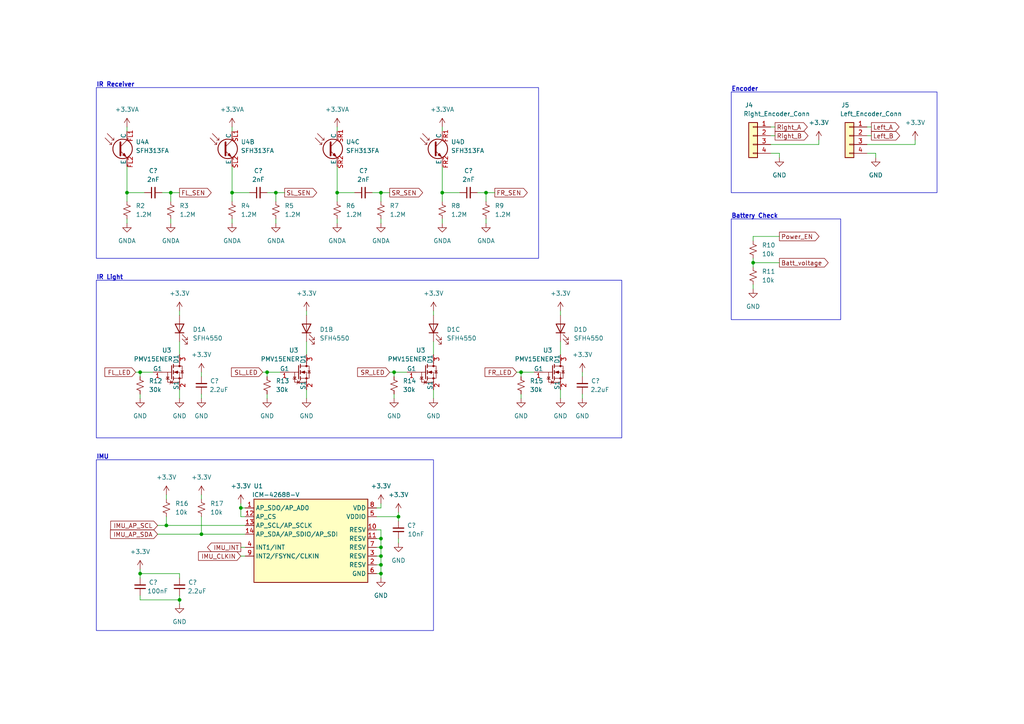
<source format=kicad_sch>
(kicad_sch (version 20230121) (generator eeschema)
  (paper "A4")
  (lib_symbols
    (symbol "Connector_Generic:Conn_01x04" (pin_names (offset 1.016) hide)
      (property "Reference" "J" (at 0 5.08 0))
      (property "Value" "Conn_01x04" (at 0 -7.62 0))
      (symbol "Conn_01x04_1_1"
        (rectangle (start -1.27 -4.953) (end 0 -5.207) (stroke (width 0.1524)))
        (rectangle (start -1.27 -2.413) (end 0 -2.667) (stroke (width 0.1524)))
        (rectangle (start -1.27 0.127) (end 0 -0.127) (stroke (width 0.1524)))
        (rectangle (start -1.27 2.667) (end 0 2.413) (stroke (width 0.1524)))
        (rectangle (start -1.27 3.81) (end 1.27 -6.35) (stroke (width 0.254)) (fill (type background)))
        (pin passive line (at -5.08 2.54 0) (length 3.81) (name "Pin_1") (number "1"))
        (pin passive line (at -5.08 0 0) (length 3.81) (name "Pin_2") (number "2"))
        (pin passive line (at -5.08 -2.54 0) (length 3.81) (name "Pin_3") (number "3"))
        (pin passive line (at -5.08 -5.08 0) (length 3.81) (name "Pin_4") (number "4"))
      )
    )
    (symbol "Device:C_Small" (pin_numbers hide) (pin_names (offset 0.254) hide)
      (property "Reference" "C" (at 0.254 1.778 0))
      (property "Value" "C_Small" (at 0.254 -2.032 0))
      (symbol "C_Small_0_1"
        (polyline (pts (xy -1.524 -0.508) (xy 1.524 -0.508)) (stroke (width 0.3302)))
        (polyline (pts (xy -1.524 0.508) (xy 1.524 0.508)) (stroke (width 0.3048)))
      )
      (symbol "C_Small_1_1"
        (pin passive line (at 0 2.54 270) (length 2.032) (name "~") (number "1"))
        (pin passive line (at 0 -2.54 90) (length 2.032) (name "~") (number "2"))
      )
    )
    (symbol "Device:R_Small_US" (pin_numbers hide) (pin_names (offset 0.254) hide)
      (property "Reference" "R" (at 0.762 0.508 0))
      (property "Value" "R_Small_US" (at 0.762 -1.016 0))
      (symbol "R_Small_US_1_1"
        (polyline (pts (xy 0 0) (xy 1.016 -0.381) (xy 0 -0.762) (xy -1.016 -1.143) (xy 0 -1.524)))
        (polyline (pts (xy 0 1.524) (xy 1.016 1.143) (xy 0 0.762) (xy -1.016 0.381) (xy 0 0)))
        (pin passive line (at 0 2.54 270) (length 1.016) (name "~") (number "1"))
        (pin passive line (at 0 -2.54 90) (length 1.016) (name "~") (number "2"))
      )
    )
    (symbol "HS_FET:PMV15ENER" (pin_names (offset 0))
      (property "Reference" "U3" (at 10.16 -5.5245 0))
      (property "Value" "~" (at 0 0 0))
      (symbol "PMV15ENER_0_1"
        (polyline (pts (xy 5.334 -5.08) (xy 2.54 -5.08)))
        (polyline (pts (xy 5.334 -3.175) (xy 5.334 -6.985)) (stroke (width 0.254)))
        (polyline (pts (xy 5.842 -6.35) (xy 5.842 -7.366)) (stroke (width 0.254)))
        (polyline (pts (xy 5.842 -4.572) (xy 5.842 -5.588)) (stroke (width 0.254)))
        (polyline (pts (xy 5.842 -2.794) (xy 5.842 -3.81)) (stroke (width 0.254)))
        (polyline (pts (xy 7.62 -2.54) (xy 7.62 -3.302)))
        (polyline (pts (xy 7.62 -7.62) (xy 7.62 -5.08) (xy 5.842 -5.08)))
        (polyline (pts (xy 4.191 -7.112) (xy 4.572 -6.477) (xy 3.81 -6.477) (xy 4.191 -7.112)))
        (polyline (pts (xy 4.699 -7.239) (xy 4.572 -7.112) (xy 3.81 -7.112) (xy 3.683 -6.985)))
        (polyline (pts (xy 4.826 -8.509) (xy 4.953 -8.382) (xy 4.953 -7.62) (xy 5.08 -7.493)))
        (polyline (pts (xy 4.953 -8.001) (xy 5.588 -8.382) (xy 5.588 -7.62) (xy 4.953 -8.001)))
        (polyline (pts (xy 5.842 -6.858) (xy 8.382 -6.858) (xy 8.382 -3.302) (xy 5.842 -3.302)))
        (polyline (pts (xy 6.096 -5.08) (xy 7.112 -4.699) (xy 7.112 -5.461) (xy 6.096 -5.08)) (fill (type outline)))
        (polyline (pts (xy 8.382 -4.699) (xy 8.001 -5.334) (xy 8.763 -5.334) (xy 8.382 -4.699)))
        (circle (center 7.62 -6.858) (radius 0.254) (fill (type outline)))
        (circle (center 7.62 -3.302) (radius 0.254) (fill (type outline)))
      )
      (symbol "PMV15ENER_1_1"
        (polyline (pts (xy 8.001 -4.699) (xy 8.763 -4.699)))
        (polyline (pts (xy 4.191 -5.08) (xy 4.191 -8.001) (xy 7.62 -8.001)))
        (pin input line (at 0 -5.08 0) (length 2.54) (name "G1") (number "1"))
        (pin passive line (at 7.62 -10.16 90) (length 2.54) (name "S1") (number "2"))
        (pin passive line (at 7.62 0 270) (length 2.54) (name "D1") (number "3"))
      )
    )
    (symbol "HS_IMU:ICM-42688-V"
      (property "Reference" "U" (at -1.27 1.27 0))
      (property "Value" "ICM-42688-V" (at -2.54 0 0))
      (symbol "ICM-42688-V_0_0"
        (pin bidirectional line (at -2.54 -2.54 0) (length 2.54) (name "AP_SDO/AP_AD0") (number "1"))
        (pin passive line (at 35.56 -8.89 180) (length 2.54) (name "RESV") (number "10"))
        (pin passive line (at 35.56 -11.43 180) (length 2.54) (name "RESV") (number "11"))
        (pin input line (at -2.54 -5.08 0) (length 2.54) (name "AP_CS") (number "12"))
        (pin input line (at -2.54 -7.62 0) (length 2.54) (name "AP_SCL/AP_SCLK") (number "13"))
        (pin bidirectional line (at -2.54 -10.16 0) (length 2.54) (name "AP_SDA/AP_SDIO/AP_SDI") (number "14"))
        (pin passive line (at 35.56 -19.05 180) (length 2.54) (name "RESV") (number "2"))
        (pin passive line (at 35.56 -16.51 180) (length 2.54) (name "RESV") (number "3"))
        (pin output line (at -2.54 -13.97 0) (length 2.54) (name "INT1/INT") (number "4"))
        (pin power_in line (at 35.56 -5.08 180) (length 2.54) (name "VDDIO") (number "5"))
        (pin power_in line (at 35.56 -21.59 180) (length 2.54) (name "GND") (number "6"))
        (pin passive line (at 35.56 -13.97 180) (length 2.54) (name "RESV") (number "7"))
        (pin power_in line (at 35.56 -2.54 180) (length 2.54) (name "VDD") (number "8"))
        (pin bidirectional line (at -2.54 -16.51 0) (length 2.54) (name "INT2/FSYNC/CLKIN") (number "9"))
      )
      (symbol "ICM-42688-V_0_1"
        (rectangle (start 0 0) (end 33.02 -24.13) (stroke (width 0.254)) (fill (type background)))
      )
    )
    (symbol "HS_uglyBob:BobIRLED" (pin_numbers hide) (pin_names (offset 1.016) hide)
      (property "Reference" "D" (at 0 2.54 0))
      (property "Value" "SFH4550" (at 1.27 -2.54 0))
      (symbol "BobIRLED_0_1"
        (polyline (pts (xy -1.27 -1.27) (xy -1.27 1.27)) (stroke (width 0.254)))
        (polyline (pts (xy -1.27 0) (xy 1.27 0)))
        (polyline (pts (xy 1.27 -1.27) (xy 1.27 1.27) (xy -1.27 0) (xy 1.27 -1.27)) (stroke (width 0.254)))
        (polyline (pts (xy -3.048 -0.762) (xy -4.572 -2.286) (xy -3.81 -2.286) (xy -4.572 -2.286) (xy -4.572 -1.524)))
        (polyline (pts (xy -1.778 -0.762) (xy -3.302 -2.286) (xy -2.54 -2.286) (xy -3.302 -2.286) (xy -3.302 -1.524)))
      )
      (symbol "BobIRLED_1_1"
        (pin passive line (at -3.81 0 0) (length 2.54) (name "K") (number "FL1"))
        (pin passive line (at 3.81 0 180) (length 2.54) (name "A") (number "FL2"))
      )
      (symbol "BobIRLED_2_1"
        (pin passive line (at -3.81 0 0) (length 2.54) (name "K") (number "SL1"))
        (pin passive line (at 3.81 0 180) (length 2.54) (name "A") (number "SL2"))
      )
      (symbol "BobIRLED_3_1"
        (pin passive line (at -3.81 0 0) (length 2.54) (name "K") (number "SR1"))
        (pin passive line (at 3.81 0 180) (length 2.54) (name "A") (number "SR2"))
      )
      (symbol "BobIRLED_4_1"
        (pin passive line (at -3.81 0 0) (length 2.54) (name "K") (number "FR1"))
        (pin passive line (at 3.81 0 180) (length 2.54) (name "A") (number "FR2"))
      )
    )
    (symbol "HS_uglyBob:BobIRSensor" (pin_names (offset 0))
      (property "Reference" "U3" (at -8.89 -6.35 0))
      (property "Value" "SFH313FA" (at -6.35 1.27 0))
      (symbol "BobIRSensor_0_1"
        (circle (center -1.27 -5.08) (radius 2.8194) (stroke (width 0.254)))
        (polyline (pts (xy -4.445 -3.81) (xy -5.08 -3.81)))
        (polyline (pts (xy -3.81 -2.54) (xy -4.445 -2.54)))
        (polyline (pts (xy -1.905 -4.445) (xy 0 -2.54)))
        (polyline (pts (xy -6.35 -1.905) (xy -4.445 -3.81) (xy -4.445 -3.175)))
        (polyline (pts (xy -5.715 -0.635) (xy -3.81 -2.54) (xy -3.81 -1.905)))
        (polyline (pts (xy -1.905 -5.715) (xy 0 -7.62) (xy 0 -7.62)))
        (polyline (pts (xy -1.905 -3.175) (xy -1.905 -6.985) (xy -1.905 -6.985)) (stroke (width 0.508)))
        (polyline (pts (xy -1.27 -6.858) (xy -0.762 -6.35) (xy -0.254 -7.366) (xy -1.27 -6.858) (xy -1.27 -6.858)) (fill (type outline)))
      )
      (symbol "BobIRSensor_1_1"
        (pin passive line (at 0 0 270) (length 2.54) (name "C") (number "FL1"))
        (pin passive line (at 0 -10.16 90) (length 2.54) (name "E") (number "FL2"))
      )
      (symbol "BobIRSensor_2_1"
        (pin passive line (at 0 0 270) (length 2.54) (name "C") (number "SL1"))
        (pin passive line (at 0 -10.16 90) (length 2.54) (name "E") (number "SL2"))
      )
      (symbol "BobIRSensor_3_1"
        (pin passive line (at 0 0 270) (length 2.54) (name "C") (number "SR1"))
        (pin passive line (at 0 -10.16 90) (length 2.54) (name "E") (number "SR2"))
      )
      (symbol "BobIRSensor_4_1"
        (pin passive line (at 0 0 270) (length 2.54) (name "C") (number "FR1"))
        (pin passive line (at 0 -10.16 90) (length 2.54) (name "E") (number "FR2"))
      )
    )
    (symbol "power:+3.3V" (power) (pin_names (offset 0))
      (property "Value" "+3.3V" (at 0 3.556 0))
      (symbol "+3.3V_0_1"
        (polyline (pts (xy -0.762 1.27) (xy 0 2.54)))
        (polyline (pts (xy 0 0) (xy 0 2.54)))
        (polyline (pts (xy 0 2.54) (xy 0.762 1.27)))
      )
      (symbol "+3.3V_1_1"
        (pin power_in line (at 0 0 90) (length 0) hide (name "+3.3V") (number "1"))
      )
    )
    (symbol "power:+3.3VA" (power) (pin_names (offset 0))
      (property "Value" "+3.3VA" (at 0 3.556 0))
      (symbol "+3.3VA_0_1"
        (polyline (pts (xy -0.762 1.27) (xy 0 2.54)))
        (polyline (pts (xy 0 0) (xy 0 2.54)))
        (polyline (pts (xy 0 2.54) (xy 0.762 1.27)))
      )
      (symbol "+3.3VA_1_1"
        (pin power_in line (at 0 0 90) (length 0) hide (name "+3.3VA") (number "1"))
      )
    )
    (symbol "power:GND" (power) (pin_names (offset 0))
      (property "Value" "GND" (at 0 -3.81 0))
      (symbol "GND_0_1"
        (polyline (pts (xy 0 0) (xy 0 -1.27) (xy 1.27 -1.27) (xy 0 -2.54) (xy -1.27 -1.27) (xy 0 -1.27)))
      )
      (symbol "GND_1_1"
        (pin power_in line (at 0 0 270) (length 0) hide (name "GND") (number "1"))
      )
    )
    (symbol "power:GNDA" (power) (pin_names (offset 0))
      (property "Value" "GNDA" (at 0 -3.81 0))
      (symbol "GNDA_0_1"
        (polyline (pts (xy 0 0) (xy 0 -1.27) (xy 1.27 -1.27) (xy 0 -2.54) (xy -1.27 -1.27) (xy 0 -1.27)))
      )
      (symbol "GNDA_1_1"
        (pin power_in line (at 0 0 270) (length 0) hide (name "GNDA") (number "1"))
      )
    )
  )
  (junction (at 36.83 55.88))
  (junction (at 77.47 107.95))
  (junction (at 69.85 147.32))
  (junction (at 151.13 107.95))
  (junction (at 40.64 107.95))
  (junction (at 48.26 152.4))
  (junction (at 58.42 154.94))
  (junction (at 110.49 163.83))
  (junction (at 110.49 158.75))
  (junction (at 128.27 55.88))
  (junction (at 49.53 55.88))
  (junction (at 67.31 55.88))
  (junction (at 110.49 166.37))
  (junction (at 110.49 55.88))
  (junction (at 114.3 107.95))
  (junction (at 110.49 161.29))
  (junction (at 80.01 55.88))
  (junction (at 40.64 166.37))
  (junction (at 110.49 156.21))
  (junction (at 140.97 55.88))
  (junction (at 218.44 76.2))
  (junction (at 115.57 149.86))
  (junction (at 97.79 55.88))
  (junction (at 52.07 173.99))
  (wire (pts (xy 162.56 90.17) (xy 162.56 91.44)))
  (wire (pts (xy 252.73 39.37) (xy 251.46 39.37)))
  (wire (pts (xy 226.06 68.58) (xy 218.44 68.58)))
  (wire (pts (xy 52.07 113.03) (xy 52.07 115.57)))
  (wire (pts (xy 58.42 107.95) (xy 58.42 109.22)))
  (wire (pts (xy 69.85 149.86) (xy 69.85 147.32)))
  (wire (pts (xy 52.07 167.64) (xy 52.07 166.37)))
  (wire (pts (xy 58.42 115.57) (xy 58.42 114.3)))
  (wire (pts (xy 81.28 107.95) (xy 77.47 107.95)))
  (wire (pts (xy 252.73 36.83) (xy 251.46 36.83)))
  (wire (pts (xy 110.49 163.83) (xy 110.49 166.37)))
  (wire (pts (xy 46.99 55.88) (xy 49.53 55.88)))
  (wire (pts (xy 67.31 36.83) (xy 67.31 38.1)))
  (wire (pts (xy 49.53 64.77) (xy 49.53 63.5)))
  (wire (pts (xy 67.31 48.26) (xy 67.31 55.88)))
  (wire (pts (xy 224.79 39.37) (xy 223.52 39.37)))
  (wire (pts (xy 69.85 158.75) (xy 71.12 158.75)))
  (wire (pts (xy 40.64 107.95) (xy 40.64 109.22)))
  (wire (pts (xy 109.22 161.29) (xy 110.49 161.29)))
  (wire (pts (xy 77.47 55.88) (xy 80.01 55.88)))
  (wire (pts (xy 36.83 36.83) (xy 36.83 38.1)))
  (wire (pts (xy 110.49 64.77) (xy 110.49 63.5)))
  (wire (pts (xy 39.37 107.95) (xy 40.64 107.95)))
  (wire (pts (xy 118.11 107.95) (xy 114.3 107.95)))
  (wire (pts (xy 48.26 149.86) (xy 48.26 152.4)))
  (wire (pts (xy 69.85 147.32) (xy 69.85 146.05)))
  (wire (pts (xy 128.27 48.26) (xy 128.27 55.88)))
  (wire (pts (xy 218.44 76.2) (xy 226.06 76.2)))
  (wire (pts (xy 36.83 55.88) (xy 36.83 58.42)))
  (wire (pts (xy 67.31 63.5) (xy 67.31 64.77)))
  (wire (pts (xy 80.01 55.88) (xy 80.01 58.42)))
  (wire (pts (xy 115.57 156.21) (xy 115.57 157.48)))
  (wire (pts (xy 115.57 149.86) (xy 115.57 151.13)))
  (wire (pts (xy 226.06 45.72) (xy 226.06 44.45)))
  (wire (pts (xy 109.22 153.67) (xy 110.49 153.67)))
  (wire (pts (xy 69.85 161.29) (xy 71.12 161.29)))
  (wire (pts (xy 40.64 172.72) (xy 40.64 173.99)))
  (wire (pts (xy 52.07 173.99) (xy 52.07 175.26)))
  (wire (pts (xy 36.83 55.88) (xy 41.91 55.88)))
  (wire (pts (xy 110.49 156.21) (xy 110.49 158.75)))
  (wire (pts (xy 48.26 143.51) (xy 48.26 144.78)))
  (wire (pts (xy 107.95 55.88) (xy 110.49 55.88)))
  (wire (pts (xy 138.43 55.88) (xy 140.97 55.88)))
  (wire (pts (xy 67.31 55.88) (xy 67.31 58.42)))
  (wire (pts (xy 36.83 48.26) (xy 36.83 55.88)))
  (wire (pts (xy 110.49 147.32) (xy 109.22 147.32)))
  (wire (pts (xy 128.27 55.88) (xy 128.27 58.42)))
  (wire (pts (xy 125.73 99.06) (xy 125.73 102.87)))
  (wire (pts (xy 218.44 68.58) (xy 218.44 69.85)))
  (wire (pts (xy 114.3 114.3) (xy 114.3 115.57)))
  (wire (pts (xy 36.83 63.5) (xy 36.83 64.77)))
  (wire (pts (xy 140.97 55.88) (xy 140.97 58.42)))
  (wire (pts (xy 168.91 115.57) (xy 168.91 114.3)))
  (wire (pts (xy 77.47 107.95) (xy 77.47 109.22)))
  (wire (pts (xy 254 45.72) (xy 254 44.45)))
  (wire (pts (xy 97.79 55.88) (xy 97.79 58.42)))
  (wire (pts (xy 58.42 154.94) (xy 71.12 154.94)))
  (wire (pts (xy 110.49 167.64) (xy 110.49 166.37)))
  (wire (pts (xy 110.49 146.05) (xy 110.49 147.32)))
  (wire (pts (xy 49.53 55.88) (xy 52.07 55.88)))
  (wire (pts (xy 52.07 90.17) (xy 52.07 91.44)))
  (wire (pts (xy 162.56 99.06) (xy 162.56 102.87)))
  (wire (pts (xy 88.9 90.17) (xy 88.9 91.44)))
  (wire (pts (xy 110.49 158.75) (xy 110.49 161.29)))
  (wire (pts (xy 69.85 149.86) (xy 71.12 149.86)))
  (wire (pts (xy 114.3 107.95) (xy 114.3 109.22)))
  (wire (pts (xy 40.64 114.3) (xy 40.64 115.57)))
  (wire (pts (xy 88.9 99.06) (xy 88.9 102.87)))
  (wire (pts (xy 128.27 55.88) (xy 133.35 55.88)))
  (wire (pts (xy 45.72 152.4) (xy 48.26 152.4)))
  (wire (pts (xy 125.73 113.03) (xy 125.73 115.57)))
  (wire (pts (xy 223.52 41.91) (xy 237.49 41.91)))
  (wire (pts (xy 113.03 107.95) (xy 114.3 107.95)))
  (wire (pts (xy 58.42 149.86) (xy 58.42 154.94)))
  (wire (pts (xy 80.01 64.77) (xy 80.01 63.5)))
  (wire (pts (xy 40.64 166.37) (xy 52.07 166.37)))
  (wire (pts (xy 128.27 63.5) (xy 128.27 64.77)))
  (wire (pts (xy 48.26 152.4) (xy 71.12 152.4)))
  (wire (pts (xy 109.22 163.83) (xy 110.49 163.83)))
  (wire (pts (xy 224.79 36.83) (xy 223.52 36.83)))
  (wire (pts (xy 110.49 55.88) (xy 110.49 58.42)))
  (wire (pts (xy 110.49 55.88) (xy 113.03 55.88)))
  (wire (pts (xy 97.79 48.26) (xy 97.79 55.88)))
  (wire (pts (xy 69.85 147.32) (xy 71.12 147.32)))
  (wire (pts (xy 168.91 107.95) (xy 168.91 109.22)))
  (wire (pts (xy 154.94 107.95) (xy 151.13 107.95)))
  (wire (pts (xy 45.72 154.94) (xy 58.42 154.94)))
  (wire (pts (xy 223.52 44.45) (xy 226.06 44.45)))
  (wire (pts (xy 110.49 166.37) (xy 109.22 166.37)))
  (wire (pts (xy 110.49 161.29) (xy 110.49 163.83)))
  (wire (pts (xy 49.53 55.88) (xy 49.53 58.42)))
  (wire (pts (xy 67.31 55.88) (xy 72.39 55.88)))
  (wire (pts (xy 237.49 40.64) (xy 237.49 41.91)))
  (wire (pts (xy 109.22 158.75) (xy 110.49 158.75)))
  (wire (pts (xy 251.46 41.91) (xy 265.43 41.91)))
  (wire (pts (xy 140.97 55.88) (xy 143.51 55.88)))
  (wire (pts (xy 109.22 156.21) (xy 110.49 156.21)))
  (wire (pts (xy 97.79 55.88) (xy 102.87 55.88)))
  (wire (pts (xy 218.44 74.93) (xy 218.44 76.2)))
  (wire (pts (xy 265.43 40.64) (xy 265.43 41.91)))
  (wire (pts (xy 218.44 76.2) (xy 218.44 77.47)))
  (wire (pts (xy 128.27 36.83) (xy 128.27 38.1)))
  (wire (pts (xy 40.64 165.1) (xy 40.64 166.37)))
  (wire (pts (xy 115.57 148.59) (xy 115.57 149.86)))
  (wire (pts (xy 151.13 107.95) (xy 151.13 109.22)))
  (wire (pts (xy 109.22 149.86) (xy 115.57 149.86)))
  (wire (pts (xy 58.42 143.51) (xy 58.42 144.78)))
  (wire (pts (xy 162.56 113.03) (xy 162.56 115.57)))
  (wire (pts (xy 40.64 166.37) (xy 40.64 167.64)))
  (wire (pts (xy 125.73 90.17) (xy 125.73 91.44)))
  (wire (pts (xy 218.44 82.55) (xy 218.44 83.82)))
  (wire (pts (xy 44.45 107.95) (xy 40.64 107.95)))
  (wire (pts (xy 52.07 172.72) (xy 52.07 173.99)))
  (wire (pts (xy 97.79 36.83) (xy 97.79 38.1)))
  (wire (pts (xy 151.13 114.3) (xy 151.13 115.57)))
  (wire (pts (xy 251.46 44.45) (xy 254 44.45)))
  (wire (pts (xy 140.97 64.77) (xy 140.97 63.5)))
  (wire (pts (xy 40.64 173.99) (xy 52.07 173.99)))
  (wire (pts (xy 77.47 114.3) (xy 77.47 115.57)))
  (wire (pts (xy 76.2 107.95) (xy 77.47 107.95)))
  (wire (pts (xy 88.9 113.03) (xy 88.9 115.57)))
  (wire (pts (xy 80.01 55.88) (xy 82.55 55.88)))
  (wire (pts (xy 52.07 99.06) (xy 52.07 102.87)))
  (wire (pts (xy 97.79 63.5) (xy 97.79 64.77)))
  (wire (pts (xy 110.49 153.67) (xy 110.49 156.21)))
  (wire (pts (xy 149.86 107.95) (xy 151.13 107.95)))
  (rectangle (start 27.94 25.4) (end 156.21 74.93))
  (rectangle (start 27.94 133.35) (end 125.73 182.88))
  (rectangle (start 212.09 63.5) (end 243.84 92.71))
  (rectangle (start 27.94 81.28) (end 180.34 127))
  (rectangle (start 212.09 26.67) (end 271.78 55.88))
  (text "IR Light" (at 27.94 81.28 0) (effects (font (size 1.27 1.27) (thickness 0.254) bold) (justify left bottom)))
  (text "IMU" (at 27.94 133.35 0) (effects (font (size 1.27 1.27) (thickness 0.254) bold) (justify left bottom)))
  (text "Battery Check" (at 212.09 63.5 0) (effects (font (size 1.27 1.27) (thickness 0.254) bold) (justify left bottom)))
  (text "Encoder" (at 212.09 26.67 0) (effects (font (size 1.27 1.27) (thickness 0.254) bold) (justify left bottom)))
  (text "IR Receiver" (at 27.94 25.4 0) (effects (font (size 1.27 1.27) (thickness 0.254) bold) (justify left bottom)))
  (global_label "SR_LED" (shape input) (at 113.03 107.95 180) (property "Intersheetrefs" "${INTERSHEET_REFS}" (effects hide)))
  (global_label "SL_SEN" (shape output) (at 82.55 55.88 0) (property "Intersheetrefs" "${INTERSHEET_REFS}" (effects hide)))
  (global_label "FR_SEN" (shape output) (at 143.51 55.88 0) (property "Intersheetrefs" "${INTERSHEET_REFS}" (effects hide)))
  (global_label "IMU_AP_SDA" (shape input) (at 45.72 154.94 180) (property "Intersheetrefs" "${INTERSHEET_REFS}" (effects hide)))
  (global_label "Left_A" (shape output) (at 252.73 36.83 0) (property "Intersheetrefs" "${INTERSHEET_REFS}" (effects hide)))
  (global_label "SL_LED" (shape input) (at 76.2 107.95 180) (property "Intersheetrefs" "${INTERSHEET_REFS}" (effects hide)))
  (global_label "FR_LED" (shape input) (at 149.86 107.95 180) (property "Intersheetrefs" "${INTERSHEET_REFS}" (effects hide)))
  (global_label "FL_LED" (shape input) (at 39.37 107.95 180) (property "Intersheetrefs" "${INTERSHEET_REFS}" (effects hide)))
  (global_label "Left_B" (shape output) (at 252.73 39.37 0) (property "Intersheetrefs" "${INTERSHEET_REFS}" (effects hide)))
  (global_label "Right_B" (shape output) (at 224.79 39.37 0) (property "Intersheetrefs" "${INTERSHEET_REFS}" (effects hide)))
  (global_label "Batt_voltage" (shape output) (at 226.06 76.2 0) (property "Intersheetrefs" "${INTERSHEET_REFS}" (effects hide)))
  (global_label "Power_EN" (shape output) (at 226.06 68.58 0) (property "Intersheetrefs" "${INTERSHEET_REFS}" (effects hide)))
  (global_label "IMU_INT" (shape output) (at 69.85 158.75 180) (property "Intersheetrefs" "${INTERSHEET_REFS}" (effects hide)))
  (global_label "Right_A" (shape output) (at 224.79 36.83 0) (property "Intersheetrefs" "${INTERSHEET_REFS}" (effects hide)))
  (global_label "IMU_AP_SCL" (shape input) (at 45.72 152.4 180) (property "Intersheetrefs" "${INTERSHEET_REFS}" (effects hide)))
  (global_label "IMU_CLKIN" (shape input) (at 69.85 161.29 180) (property "Intersheetrefs" "${INTERSHEET_REFS}" (effects hide)))
  (global_label "SR_SEN" (shape output) (at 113.03 55.88 0) (property "Intersheetrefs" "${INTERSHEET_REFS}" (effects hide)))
  (global_label "FL_SEN" (shape output) (at 52.07 55.88 0) (property "Intersheetrefs" "${INTERSHEET_REFS}" (effects hide)))
  (symbol (lib_id "power:GND") (at 114.3 115.57 0) (unit 1)
    (property "Reference" "#PWR040" (effects hide))
    (property "Value" "GND" (at 114.3 120.65 0))
    (instances (project "sensor" (path "" (reference "#PWR040") (unit 1))) (project "kenny-fail" (path "" (reference "#PWR012") (unit 1))) (project "Lemmiwinks" (path "" (reference "#PWR040") (unit 1))) (project "uglyBob" (path "" (reference "#PWR059") (unit 1)) (path "" (reference "#PWR046") (unit 1))))
  )
  (symbol (lib_id "power:+3.3VA") (at 97.79 36.83 0) (unit 1)
    (property "Reference" "#PWR06" (effects hide))
    (property "Value" "+3.3VA" (at 97.79 31.75 0))
    (instances (project "uglyBob" (path "" (reference "#PWR06") (unit 1)) (path "" (reference "#PWR08") (unit 1)) (path "" (reference "#PWR029") (unit 1))))
  )
  (symbol (lib_id "Device:R_Small_US") (at 151.13 111.76 0) (unit 1)
    (property "Reference" "R15" (at 153.67 110.49 0) (effects (justify left)))
    (property "Value" "30k" (at 153.67 113.03 0) (effects (justify left)))
    (property "Footprint" "SMD_HS:0603_1608_R" (effects hide))
  )
  (symbol (lib_id "HS_FET:PMV15ENER") (at 81.28 102.87 0) (unit 1)
    (property "Reference" "U3" (at 83.82 101.6 0) (effects (justify left)))
    (property "Value" "PMV15ENER" (at 81.28 104.14 0))
    (property "Footprint" "Package_TO_SOT_SMD_HS:SOT-23" (effects hide))
    (instances (project "kenny-fail" (path "" (reference "U3") (unit 1))) (project "uglyBob" (path "" (reference "U6") (unit 1)) (path "" (reference "U9") (unit 1))))
  )
  (symbol (lib_id "power:+3.3V") (at 52.07 90.17 0) (unit 1)
    (property "Reference" "#PWR014" (effects hide))
    (property "Value" "+3.3V" (at 52.07 85.09 0))
    (instances (project "kenny-fail" (path "" (reference "#PWR014") (unit 1))) (project "uglyBob" (path "" (reference "#PWR044") (unit 1)) (path "" (reference "#PWR047") (unit 1))))
  )
  (symbol (lib_id "power:GND") (at 52.07 115.57 0) (unit 1)
    (property "Reference" "#PWR042" (effects hide))
    (property "Value" "GND" (at 52.07 120.65 0))
    (instances (project "sensor" (path "" (reference "#PWR042") (unit 1))) (project "kenny-fail" (path "" (reference "#PWR015") (unit 1))) (project "Lemmiwinks" (path "" (reference "#PWR042") (unit 1))) (project "uglyBob" (path "" (reference "#PWR054") (unit 1)) (path "" (reference "#PWR048") (unit 1))))
  )
  (symbol (lib_id "power:+3.3V") (at 48.26 143.51 0) (unit 1)
    (property "Reference" "#PWR04" (effects hide))
    (property "Value" "+3.3V" (at 48.26 138.43 0))
    (instances (project "kenny-fail" (path "" (reference "#PWR04") (unit 1))) (project "uglyBob" (path "" (reference "#PWR065") (unit 1)) (path "" (reference "#PWR074") (unit 1))))
  )
  (symbol (lib_id "Device:C_Small") (at 168.91 111.76 180) (unit 1)
    (property "Reference" "C?" (at 172.72 110.49 0))
    (property "Value" "2.2uF" (at 173.99 113.03 0))
    (property "Footprint" "SMD_HS:0603_1608_C" (effects hide))
    (instances (project "uglyBob" (path "" (reference "C?") (unit 1)) (path "" (reference "C7") (unit 1)) (path "" (reference "C20") (unit 1))))
  )
  (symbol (lib_id "power:GNDA") (at 36.83 64.77 0) (unit 1)
    (property "Reference" "#PWR?" (effects hide))
    (property "Value" "GNDA" (at 36.83 69.85 0))
    (instances (project "uglyBob" (path "" (reference "#PWR?") (unit 1)) (path "" (reference "#PWR09") (unit 1)) (path "" (reference "#PWR035") (unit 1))))
  )
  (symbol (lib_id "Device:C_Small") (at 40.64 170.18 180) (unit 1)
    (property "Reference" "C?" (at 44.45 168.91 0))
    (property "Value" "100nF" (at 45.72 171.45 0))
    (property "Footprint" "SMD_HS:0603_1608_C" (effects hide))
    (instances (project "uglyBob" (path "" (reference "C?") (unit 1)) (path "" (reference "C7") (unit 1)) (path "" (reference "C22") (unit 1))))
  )
  (symbol (lib_id "HS_uglyBob:BobIRSensor") (at 128.27 38.1 0) (unit 4)
    (property "Reference" "U4" (at 130.81 41.1607 0) (effects (justify left)))
    (property "Value" "SFH313FA" (at 130.81 43.7007 0) (effects (justify left)))
    (property "Footprint" "uglyBob_HS:BobIRSensor" (effects hide))
  )
  (symbol (lib_id "power:+3.3VA") (at 67.31 36.83 0) (unit 1)
    (property "Reference" "#PWR06" (effects hide))
    (property "Value" "+3.3VA" (at 67.31 31.75 0))
    (instances (project "uglyBob" (path "" (reference "#PWR06") (unit 1)) (path "" (reference "#PWR08") (unit 1)) (path "" (reference "#PWR028") (unit 1))))
  )
  (symbol (lib_id "Device:C_Small") (at 58.42 111.76 180) (unit 1)
    (property "Reference" "C?" (at 62.23 110.49 0))
    (property "Value" "2.2uF" (at 63.5 113.03 0))
    (property "Footprint" "SMD_HS:0603_1608_C" (effects hide))
    (instances (project "uglyBob" (path "" (reference "C?") (unit 1)) (path "" (reference "C7") (unit 1)) (path "" (reference "C17") (unit 1))))
  )
  (symbol (lib_id "HS_uglyBob:BobIRSensor") (at 36.83 38.1 0) (unit 1)
    (property "Reference" "U4" (at 39.37 41.1607 0) (effects (justify left)))
    (property "Value" "SFH313FA" (at 39.37 43.7007 0) (effects (justify left)))
    (property "Footprint" "uglyBob_HS:BobIRSensor" (effects hide))
  )
  (symbol (lib_id "power:GNDA") (at 128.27 64.77 0) (unit 1)
    (property "Reference" "#PWR?" (effects hide))
    (property "Value" "GNDA" (at 128.27 69.85 0))
    (instances (project "uglyBob" (path "" (reference "#PWR?") (unit 1)) (path "" (reference "#PWR09") (unit 1)) (path "" (reference "#PWR041") (unit 1))))
  )
  (symbol (lib_id "power:+3.3V") (at 168.91 107.95 0) (unit 1)
    (property "Reference" "#PWR014" (effects hide))
    (property "Value" "+3.3V" (at 168.91 102.87 0))
    (instances (project "kenny-fail" (path "" (reference "#PWR014") (unit 1))) (project "uglyBob" (path "" (reference "#PWR052") (unit 1)) (path "" (reference "#PWR047") (unit 1))))
  )
  (symbol (lib_id "HS_FET:PMV15ENER") (at 44.45 102.87 0) (unit 1)
    (property "Reference" "U3" (at 46.99 101.6 0) (effects (justify left)))
    (property "Value" "PMV15ENER" (at 44.45 104.14 0))
    (property "Footprint" "Package_TO_SOT_SMD_HS:SOT-23" (effects hide))
    (instances (project "kenny-fail" (path "" (reference "U3") (unit 1))) (project "uglyBob" (path "" (reference "U5") (unit 1)) (path "" (reference "U9") (unit 1))))
  )
  (symbol (lib_id "power:GND") (at 77.47 115.57 0) (unit 1)
    (property "Reference" "#PWR040" (effects hide))
    (property "Value" "GND" (at 77.47 120.65 0))
    (instances (project "sensor" (path "" (reference "#PWR040") (unit 1))) (project "kenny-fail" (path "" (reference "#PWR012") (unit 1))) (project "Lemmiwinks" (path "" (reference "#PWR040") (unit 1))) (project "uglyBob" (path "" (reference "#PWR056") (unit 1)) (path "" (reference "#PWR046") (unit 1))))
  )
  (symbol (lib_id "Device:R_Small_US") (at 140.97 60.96 0) (unit 1)
    (property "Reference" "R9" (at 143.51 59.69 0) (effects (justify left)))
    (property "Value" "1.2M" (at 143.51 62.23 0) (effects (justify left)))
    (property "Footprint" "SMD_HS:0603_1608_R" (effects hide))
  )
  (symbol (lib_id "power:+3.3V") (at 115.57 148.59 0) (unit 1)
    (property "Reference" "#PWR04" (effects hide))
    (property "Value" "+3.3V" (at 115.57 143.51 0))
    (instances (project "kenny-fail" (path "" (reference "#PWR04") (unit 1))) (project "uglyBob" (path "" (reference "#PWR069") (unit 1)) (path "" (reference "#PWR074") (unit 1))))
  )
  (symbol (lib_id "Device:R_Small_US") (at 58.42 147.32 0) (unit 1)
    (property "Reference" "R17" (at 60.96 146.05 0) (effects (justify left)))
    (property "Value" "10k" (at 60.96 148.59 0) (effects (justify left)))
    (property "Footprint" "SMD_HS:0603_1608_R" (effects hide))
  )
  (symbol (lib_id "power:+3.3V") (at 265.43 40.64 0) (unit 1)
    (property "Reference" "#PWR05" (effects hide))
    (property "Value" "+3.3V" (at 265.43 35.56 0))
    (instances (project "kenny-fail" (path "" (reference "#PWR05") (unit 1))) (project "uglyBob" (path "" (reference "#PWR032") (unit 1)) (path "" (reference "#PWR071") (unit 1)) (path "" (reference "#PWR046") (unit 1))))
  )
  (symbol (lib_id "HS_uglyBob:BobIRLED") (at 125.73 95.25 90) (unit 3)
    (property "Reference" "D1" (at 129.54 95.5675 90) (effects (justify right)))
    (property "Value" "SFH4550" (at 129.54 98.1075 90) (effects (justify right)))
    (property "Footprint" "uglyBob_HS:BobIRLED" (effects hide))
  )
  (symbol (lib_id "Device:R_Small_US") (at 48.26 147.32 0) (unit 1)
    (property "Reference" "R16" (at 50.8 146.05 0) (effects (justify left)))
    (property "Value" "10k" (at 50.8 148.59 0) (effects (justify left)))
    (property "Footprint" "SMD_HS:0603_1608_R" (effects hide))
  )
  (symbol (lib_id "Connector_Generic:Conn_01x04") (at 246.38 39.37 0) (mirror y) (unit 1)
    (property "Reference" "J5" (at 246.38 30.48 0) (effects (justify left)))
    (property "Value" "Left_Encoder_Conn" (at 261.62 33.02 0) (effects (justify left)))
    (property "Footprint" "uglyBob_HS:AS5047Connector" (effects hide))
  )
  (symbol (lib_id "power:+3.3V") (at 69.85 146.05 0) (unit 1)
    (property "Reference" "#PWR04" (effects hide))
    (property "Value" "+3.3V" (at 69.85 140.97 0))
    (instances (project "kenny-fail" (path "" (reference "#PWR04") (unit 1))) (project "uglyBob" (path "" (reference "#PWR067") (unit 1)) (path "" (reference "#PWR074") (unit 1))))
  )
  (symbol (lib_id "HS_uglyBob:BobIRLED") (at 162.56 95.25 90) (unit 4)
    (property "Reference" "D1" (at 166.37 95.5675 90) (effects (justify right)))
    (property "Value" "SFH4550" (at 166.37 98.1075 90) (effects (justify right)))
    (property "Footprint" "uglyBob_HS:BobIRLED" (effects hide))
  )
  (symbol (lib_id "Device:R_Small_US") (at 97.79 60.96 0) (unit 1)
    (property "Reference" "R6" (at 100.33 59.69 0) (effects (justify left)))
    (property "Value" "1.2M" (at 100.33 62.23 0) (effects (justify left)))
    (property "Footprint" "SMD_HS:0603_1608_R" (effects hide))
  )
  (symbol (lib_id "Device:C_Small") (at 135.89 55.88 90) (unit 1)
    (property "Reference" "C?" (at 135.8963 49.53 90))
    (property "Value" "2nF" (at 135.89 52.07 90))
    (property "Footprint" "SMD_HS:0603_1608_C" (effects hide))
    (instances (project "uglyBob" (path "" (reference "C?") (unit 1)) (path "" (reference "C7") (unit 1)) (path "" (reference "C16") (unit 1))))
  )
  (symbol (lib_id "power:+3.3VA") (at 128.27 36.83 0) (unit 1)
    (property "Reference" "#PWR06" (effects hide))
    (property "Value" "+3.3VA" (at 128.27 31.75 0))
    (instances (project "uglyBob" (path "" (reference "#PWR06") (unit 1)) (path "" (reference "#PWR08") (unit 1)) (path "" (reference "#PWR030") (unit 1))))
  )
  (symbol (lib_id "power:+3.3VA") (at 36.83 36.83 0) (unit 1)
    (property "Reference" "#PWR06" (effects hide))
    (property "Value" "+3.3VA" (at 36.83 31.75 0))
    (instances (project "uglyBob" (path "" (reference "#PWR06") (unit 1)) (path "" (reference "#PWR08") (unit 1)) (path "" (reference "#PWR027") (unit 1))))
  )
  (symbol (lib_id "HS_FET:PMV15ENER") (at 118.11 102.87 0) (unit 1)
    (property "Reference" "U3" (at 120.65 101.6 0) (effects (justify left)))
    (property "Value" "PMV15ENER" (at 118.11 104.14 0))
    (property "Footprint" "Package_TO_SOT_SMD_HS:SOT-23" (effects hide))
    (instances (project "kenny-fail" (path "" (reference "U3") (unit 1))) (project "uglyBob" (path "" (reference "U7") (unit 1)) (path "" (reference "U9") (unit 1))))
  )
  (symbol (lib_id "power:GND") (at 162.56 115.57 0) (unit 1)
    (property "Reference" "#PWR042" (effects hide))
    (property "Value" "GND" (at 162.56 120.65 0))
    (instances (project "sensor" (path "" (reference "#PWR042") (unit 1))) (project "kenny-fail" (path "" (reference "#PWR015") (unit 1))) (project "Lemmiwinks" (path "" (reference "#PWR042") (unit 1))) (project "uglyBob" (path "" (reference "#PWR063") (unit 1)) (path "" (reference "#PWR048") (unit 1))))
  )
  (symbol (lib_id "power:GNDA") (at 49.53 64.77 0) (unit 1)
    (property "Reference" "#PWR?" (effects hide))
    (property "Value" "GNDA" (at 49.53 69.85 0))
    (instances (project "uglyBob" (path "" (reference "#PWR?") (unit 1)) (path "" (reference "#PWR09") (unit 1)) (path "" (reference "#PWR036") (unit 1))))
  )
  (symbol (lib_id "Device:R_Small_US") (at 114.3 111.76 0) (unit 1)
    (property "Reference" "R14" (at 116.84 110.49 0) (effects (justify left)))
    (property "Value" "30k" (at 116.84 113.03 0) (effects (justify left)))
    (property "Footprint" "SMD_HS:0603_1608_R" (effects hide))
  )
  (symbol (lib_id "power:GND") (at 125.73 115.57 0) (unit 1)
    (property "Reference" "#PWR042" (effects hide))
    (property "Value" "GND" (at 125.73 120.65 0))
    (instances (project "sensor" (path "" (reference "#PWR042") (unit 1))) (project "kenny-fail" (path "" (reference "#PWR015") (unit 1))) (project "Lemmiwinks" (path "" (reference "#PWR042") (unit 1))) (project "uglyBob" (path "" (reference "#PWR060") (unit 1)) (path "" (reference "#PWR048") (unit 1))))
  )
  (symbol (lib_id "HS_FET:PMV15ENER") (at 154.94 102.87 0) (unit 1)
    (property "Reference" "U3" (at 157.48 101.6 0) (effects (justify left)))
    (property "Value" "PMV15ENER" (at 154.94 104.14 0))
    (property "Footprint" "Package_TO_SOT_SMD_HS:SOT-23" (effects hide))
    (instances (project "kenny-fail" (path "" (reference "U3") (unit 1))) (project "uglyBob" (path "" (reference "U8") (unit 1)) (path "" (reference "U9") (unit 1))))
  )
  (symbol (lib_id "power:GND") (at 40.64 115.57 0) (unit 1)
    (property "Reference" "#PWR040" (effects hide))
    (property "Value" "GND" (at 40.64 120.65 0))
    (instances (project "sensor" (path "" (reference "#PWR040") (unit 1))) (project "kenny-fail" (path "" (reference "#PWR012") (unit 1))) (project "Lemmiwinks" (path "" (reference "#PWR040") (unit 1))) (project "uglyBob" (path "" (reference "#PWR053") (unit 1)) (path "" (reference "#PWR046") (unit 1))))
  )
  (symbol (lib_id "Device:R_Small_US") (at 128.27 60.96 0) (unit 1)
    (property "Reference" "R8" (at 130.81 59.69 0) (effects (justify left)))
    (property "Value" "1.2M" (at 130.81 62.23 0) (effects (justify left)))
    (property "Footprint" "SMD_HS:0603_1608_R" (effects hide))
  )
  (symbol (lib_id "power:GND") (at 218.44 83.82 0) (unit 1)
    (property "Reference" "#PWR02" (effects hide))
    (property "Value" "GND" (at 218.44 88.9 0))
    (instances (project "kenny-fail" (path "" (reference "#PWR02") (unit 1))) (project "uglyBob" (path "" (reference "#PWR048") (unit 1)) (path "" (reference "#PWR073") (unit 1)) (path "" (reference "#PWR048") (unit 1))))
  )
  (symbol (lib_id "power:+3.3V") (at 88.9 90.17 0) (unit 1)
    (property "Reference" "#PWR014" (effects hide))
    (property "Value" "+3.3V" (at 88.9 85.09 0))
    (instances (project "kenny-fail" (path "" (reference "#PWR014") (unit 1))) (project "uglyBob" (path "" (reference "#PWR045") (unit 1)) (path "" (reference "#PWR047") (unit 1))))
  )
  (symbol (lib_id "power:GND") (at 168.91 115.57 0) (unit 1)
    (property "Reference" "#PWR042" (effects hide))
    (property "Value" "GND" (at 168.91 120.65 0))
    (instances (project "sensor" (path "" (reference "#PWR042") (unit 1))) (project "kenny-fail" (path "" (reference "#PWR015") (unit 1))) (project "Lemmiwinks" (path "" (reference "#PWR042") (unit 1))) (project "uglyBob" (path "" (reference "#PWR064") (unit 1)) (path "" (reference "#PWR048") (unit 1))))
  )
  (symbol (lib_id "power:GND") (at 110.49 167.64 0) (unit 1)
    (property "Reference" "#PWR01" (effects hide))
    (property "Value" "GND" (at 110.49 172.72 0))
    (instances (project "kenny-fail" (path "" (reference "#PWR01") (unit 1))) (project "uglyBob" (path "" (reference "#PWR072") (unit 1)) (path "" (reference "#PWR075") (unit 1))))
  )
  (symbol (lib_id "Device:R_Small_US") (at 67.31 60.96 0) (unit 1)
    (property "Reference" "R4" (at 69.85 59.69 0) (effects (justify left)))
    (property "Value" "1.2M" (at 69.85 62.23 0) (effects (justify left)))
    (property "Footprint" "SMD_HS:0603_1608_R" (effects hide))
  )
  (symbol (lib_id "Device:R_Small_US") (at 80.01 60.96 0) (unit 1)
    (property "Reference" "R5" (at 82.55 59.69 0) (effects (justify left)))
    (property "Value" "1.2M" (at 82.55 62.23 0) (effects (justify left)))
    (property "Footprint" "SMD_HS:0603_1608_R" (effects hide))
  )
  (symbol (lib_id "Device:R_Small_US") (at 77.47 111.76 0) (unit 1)
    (property "Reference" "R13" (at 80.01 110.49 0) (effects (justify left)))
    (property "Value" "30k" (at 80.01 113.03 0) (effects (justify left)))
    (property "Footprint" "SMD_HS:0603_1608_R" (effects hide))
  )
  (symbol (lib_id "Device:C_Small") (at 115.57 153.67 180) (unit 1)
    (property "Reference" "C?" (at 119.38 152.4 0))
    (property "Value" "10nF" (at 120.65 154.94 0))
    (property "Footprint" "SMD_HS:0603_1608_C" (effects hide))
    (instances (project "uglyBob" (path "" (reference "C?") (unit 1)) (path "" (reference "C7") (unit 1)) (path "" (reference "C21") (unit 1))))
  )
  (symbol (lib_id "Device:R_Small_US") (at 110.49 60.96 0) (unit 1)
    (property "Reference" "R7" (at 113.03 59.69 0) (effects (justify left)))
    (property "Value" "1.2M" (at 113.03 62.23 0) (effects (justify left)))
    (property "Footprint" "SMD_HS:0603_1608_R" (effects hide))
  )
  (symbol (lib_id "Device:R_Small_US") (at 49.53 60.96 0) (unit 1)
    (property "Reference" "R3" (at 52.07 59.69 0) (effects (justify left)))
    (property "Value" "1.2M" (at 52.07 62.23 0) (effects (justify left)))
    (property "Footprint" "SMD_HS:0603_1608_R" (effects hide))
  )
  (symbol (lib_id "power:GNDA") (at 97.79 64.77 0) (unit 1)
    (property "Reference" "#PWR?" (effects hide))
    (property "Value" "GNDA" (at 97.79 69.85 0))
    (instances (project "uglyBob" (path "" (reference "#PWR?") (unit 1)) (path "" (reference "#PWR09") (unit 1)) (path "" (reference "#PWR039") (unit 1))))
  )
  (symbol (lib_id "power:GNDA") (at 80.01 64.77 0) (unit 1)
    (property "Reference" "#PWR?" (effects hide))
    (property "Value" "GNDA" (at 80.01 69.85 0))
    (instances (project "uglyBob" (path "" (reference "#PWR?") (unit 1)) (path "" (reference "#PWR09") (unit 1)) (path "" (reference "#PWR038") (unit 1))))
  )
  (symbol (lib_id "power:GND") (at 115.57 157.48 0) (unit 1)
    (property "Reference" "#PWR01" (effects hide))
    (property "Value" "GND" (at 115.57 162.56 0))
    (instances (project "kenny-fail" (path "" (reference "#PWR01") (unit 1))) (project "uglyBob" (path "" (reference "#PWR070") (unit 1)) (path "" (reference "#PWR075") (unit 1))))
  )
  (symbol (lib_id "power:+3.3V") (at 125.73 90.17 0) (unit 1)
    (property "Reference" "#PWR014" (effects hide))
    (property "Value" "+3.3V" (at 125.73 85.09 0))
    (instances (project "kenny-fail" (path "" (reference "#PWR014") (unit 1))) (project "uglyBob" (path "" (reference "#PWR046") (unit 1)) (path "" (reference "#PWR047") (unit 1))))
  )
  (symbol (lib_id "power:GND") (at 226.06 45.72 0) (unit 1)
    (property "Reference" "#PWR02" (effects hide))
    (property "Value" "GND" (at 226.06 50.8 0))
    (instances (project "kenny-fail" (path "" (reference "#PWR02") (unit 1))) (project "uglyBob" (path "" (reference "#PWR033") (unit 1)) (path "" (reference "#PWR073") (unit 1)) (path "" (reference "#PWR048") (unit 1))))
  )
  (symbol (lib_id "Connector_Generic:Conn_01x04") (at 218.44 39.37 0) (mirror y) (unit 1)
    (property "Reference" "J4" (at 218.44 30.48 0) (effects (justify left)))
    (property "Value" "Right_Encoder_Conn" (at 234.95 33.02 0) (effects (justify left)))
    (property "Footprint" "uglyBob_HS:AS5047Connector" (effects hide))
  )
  (symbol (lib_id "power:GND") (at 88.9 115.57 0) (unit 1)
    (property "Reference" "#PWR042" (effects hide))
    (property "Value" "GND" (at 88.9 120.65 0))
    (instances (project "sensor" (path "" (reference "#PWR042") (unit 1))) (project "kenny-fail" (path "" (reference "#PWR015") (unit 1))) (project "Lemmiwinks" (path "" (reference "#PWR042") (unit 1))) (project "uglyBob" (path "" (reference "#PWR057") (unit 1)) (path "" (reference "#PWR048") (unit 1))))
  )
  (symbol (lib_id "HS_uglyBob:BobIRLED") (at 52.07 95.25 90) (unit 1)
    (property "Reference" "D1" (at 55.88 95.5675 90) (effects (justify right)))
    (property "Value" "SFH4550" (at 55.88 98.1075 90) (effects (justify right)))
    (property "Footprint" "uglyBob_HS:BobIRLED" (effects hide))
  )
  (symbol (lib_id "Device:R_Small_US") (at 36.83 60.96 0) (unit 1)
    (property "Reference" "R2" (at 39.37 59.69 0) (effects (justify left)))
    (property "Value" "1.2M" (at 39.37 62.23 0) (effects (justify left)))
    (property "Footprint" "SMD_HS:0603_1608_R" (effects hide))
  )
  (symbol (lib_id "power:GND") (at 58.42 115.57 0) (unit 1)
    (property "Reference" "#PWR042" (effects hide))
    (property "Value" "GND" (at 58.42 120.65 0))
    (instances (project "sensor" (path "" (reference "#PWR042") (unit 1))) (project "kenny-fail" (path "" (reference "#PWR015") (unit 1))) (project "Lemmiwinks" (path "" (reference "#PWR042") (unit 1))) (project "uglyBob" (path "" (reference "#PWR055") (unit 1)) (path "" (reference "#PWR048") (unit 1))))
  )
  (symbol (lib_id "power:+3.3V") (at 237.49 40.64 0) (unit 1)
    (property "Reference" "#PWR05" (effects hide))
    (property "Value" "+3.3V" (at 237.49 35.56 0))
    (instances (project "kenny-fail" (path "" (reference "#PWR05") (unit 1))) (project "uglyBob" (path "" (reference "#PWR031") (unit 1)) (path "" (reference "#PWR071") (unit 1)) (path "" (reference "#PWR046") (unit 1))))
  )
  (symbol (lib_id "Device:C_Small") (at 44.45 55.88 90) (unit 1)
    (property "Reference" "C?" (at 44.4563 49.53 90))
    (property "Value" "2nF" (at 44.45 52.07 90))
    (property "Footprint" "SMD_HS:0603_1608_C" (effects hide))
    (instances (project "uglyBob" (path "" (reference "C?") (unit 1)) (path "" (reference "C7") (unit 1)) (path "" (reference "C13") (unit 1))))
  )
  (symbol (lib_id "power:GNDA") (at 110.49 64.77 0) (unit 1)
    (property "Reference" "#PWR?" (effects hide))
    (property "Value" "GNDA" (at 110.49 69.85 0))
    (instances (project "uglyBob" (path "" (reference "#PWR?") (unit 1)) (path "" (reference "#PWR09") (unit 1)) (path "" (reference "#PWR040") (unit 1))))
  )
  (symbol (lib_id "power:GND") (at 254 45.72 0) (unit 1)
    (property "Reference" "#PWR02" (effects hide))
    (property "Value" "GND" (at 254 50.8 0))
    (instances (project "kenny-fail" (path "" (reference "#PWR02") (unit 1))) (project "uglyBob" (path "" (reference "#PWR034") (unit 1)) (path "" (reference "#PWR073") (unit 1)) (path "" (reference "#PWR048") (unit 1))))
  )
  (symbol (lib_id "HS_uglyBob:BobIRSensor") (at 67.31 38.1 0) (unit 2)
    (property "Reference" "U4" (at 69.85 41.1607 0) (effects (justify left)))
    (property "Value" "SFH313FA" (at 69.85 43.7007 0) (effects (justify left)))
    (property "Footprint" "uglyBob_HS:BobIRSensor" (effects hide))
  )
  (symbol (lib_id "Device:R_Small_US") (at 218.44 72.39 0) (unit 1)
    (property "Reference" "R10" (at 220.98 71.12 0) (effects (justify left)))
    (property "Value" "10k" (at 220.98 73.66 0) (effects (justify left)))
    (property "Footprint" "SMD_HS:0603_1608_R" (effects hide))
  )
  (symbol (lib_id "power:GND") (at 151.13 115.57 0) (unit 1)
    (property "Reference" "#PWR040" (effects hide))
    (property "Value" "GND" (at 151.13 120.65 0))
    (instances (project "sensor" (path "" (reference "#PWR040") (unit 1))) (project "kenny-fail" (path "" (reference "#PWR012") (unit 1))) (project "Lemmiwinks" (path "" (reference "#PWR040") (unit 1))) (project "uglyBob" (path "" (reference "#PWR062") (unit 1)) (path "" (reference "#PWR046") (unit 1))))
  )
  (symbol (lib_id "power:+3.3V") (at 40.64 165.1 0) (unit 1)
    (property "Reference" "#PWR04" (effects hide))
    (property "Value" "+3.3V" (at 40.64 160.02 0))
    (instances (project "kenny-fail" (path "" (reference "#PWR04") (unit 1))) (project "uglyBob" (path "" (reference "#PWR071") (unit 1)) (path "" (reference "#PWR074") (unit 1))))
  )
  (symbol (lib_id "HS_IMU:ICM-42688-V") (at 73.66 144.78 0) (unit 1)
    (property "Reference" "U1" (at 74.93 140.97 0))
    (property "Value" "ICM-42688-V" (at 80.01 143.51 0))
    (property "Footprint" "Package_LGA_HS:LGA-14_2.5x3x0.91_long" (effects hide))
    (property "Datasheet" "https://invensense.tdk.com/wp-content/uploads/2021/04/DS-000439-ICM-42688-V-v1.1.pdf" (effects hide))
    (instances (project "kenny-fail" (path "" (reference "U1") (unit 1))) (project "uglyBob" (path "" (reference "U9") (unit 1)) (path "" (reference "U14") (unit 1))))
  )
  (symbol (lib_id "Device:C_Small") (at 52.07 170.18 180) (unit 1)
    (property "Reference" "C?" (at 55.88 168.91 0))
    (property "Value" "2.2uF" (at 57.15 171.45 0))
    (property "Footprint" "SMD_HS:0603_1608_C" (effects hide))
    (instances (project "uglyBob" (path "" (reference "C?") (unit 1)) (path "" (reference "C7") (unit 1)) (path "" (reference "C23") (unit 1))))
  )
  (symbol (lib_id "Device:C_Small") (at 105.41 55.88 90) (unit 1)
    (property "Reference" "C?" (at 105.4163 49.53 90))
    (property "Value" "2nF" (at 105.41 52.07 90))
    (property "Footprint" "SMD_HS:0603_1608_C" (effects hide))
    (instances (project "uglyBob" (path "" (reference "C?") (unit 1)) (path "" (reference "C7") (unit 1)) (path "" (reference "C15") (unit 1))))
  )
  (symbol (lib_id "power:GNDA") (at 67.31 64.77 0) (unit 1)
    (property "Reference" "#PWR?" (effects hide))
    (property "Value" "GNDA" (at 67.31 69.85 0))
    (instances (project "uglyBob" (path "" (reference "#PWR?") (unit 1)) (path "" (reference "#PWR09") (unit 1)) (path "" (reference "#PWR037") (unit 1))))
  )
  (symbol (lib_id "power:+3.3V") (at 58.42 143.51 0) (unit 1)
    (property "Reference" "#PWR04" (effects hide))
    (property "Value" "+3.3V" (at 58.42 138.43 0))
    (instances (project "kenny-fail" (path "" (reference "#PWR04") (unit 1))) (project "uglyBob" (path "" (reference "#PWR066") (unit 1)) (path "" (reference "#PWR074") (unit 1))))
  )
  (symbol (lib_id "HS_uglyBob:BobIRSensor") (at 97.79 38.1 0) (unit 3)
    (property "Reference" "U4" (at 100.33 41.1607 0) (effects (justify left)))
    (property "Value" "SFH313FA" (at 100.33 43.7007 0) (effects (justify left)))
    (property "Footprint" "uglyBob_HS:BobIRSensor" (effects hide))
  )
  (symbol (lib_id "power:+3.3V") (at 110.49 146.05 0) (unit 1)
    (property "Reference" "#PWR04" (effects hide))
    (property "Value" "+3.3V" (at 110.49 140.97 0))
    (instances (project "kenny-fail" (path "" (reference "#PWR04") (unit 1))) (project "uglyBob" (path "" (reference "#PWR068") (unit 1)) (path "" (reference "#PWR074") (unit 1))))
  )
  (symbol (lib_id "Device:C_Small") (at 74.93 55.88 90) (unit 1)
    (property "Reference" "C?" (at 74.9363 49.53 90))
    (property "Value" "2nF" (at 74.93 52.07 90))
    (property "Footprint" "SMD_HS:0603_1608_C" (effects hide))
    (instances (project "uglyBob" (path "" (reference "C?") (unit 1)) (path "" (reference "C7") (unit 1)) (path "" (reference "C14") (unit 1))))
  )
  (symbol (lib_id "HS_uglyBob:BobIRLED") (at 88.9 95.25 90) (unit 2)
    (property "Reference" "D1" (at 92.71 95.5675 90) (effects (justify right)))
    (property "Value" "SFH4550" (at 92.71 98.1075 90) (effects (justify right)))
    (property "Footprint" "uglyBob_HS:BobIRLED" (effects hide))
  )
  (symbol (lib_id "power:+3.3V") (at 162.56 90.17 0) (unit 1)
    (property "Reference" "#PWR014" (effects hide))
    (property "Value" "+3.3V" (at 162.56 85.09 0))
    (instances (project "kenny-fail" (path "" (reference "#PWR014") (unit 1))) (project "uglyBob" (path "" (reference "#PWR047") (unit 1)) (path "" (reference "#PWR047") (unit 1))))
  )
  (symbol (lib_id "Device:R_Small_US") (at 218.44 80.01 0) (unit 1)
    (property "Reference" "R11" (at 220.98 78.74 0) (effects (justify left)))
    (property "Value" "10k" (at 220.98 81.28 0) (effects (justify left)))
    (property "Footprint" "SMD_HS:0603_1608_R" (effects hide))
  )
  (symbol (lib_id "Device:R_Small_US") (at 40.64 111.76 0) (unit 1)
    (property "Reference" "R12" (at 43.18 110.49 0) (effects (justify left)))
    (property "Value" "30k" (at 43.18 113.03 0) (effects (justify left)))
    (property "Footprint" "SMD_HS:0603_1608_R" (effects hide))
  )
  (symbol (lib_id "power:GND") (at 52.07 175.26 0) (unit 1)
    (property "Reference" "#PWR01" (effects hide))
    (property "Value" "GND" (at 52.07 180.34 0))
    (instances (project "kenny-fail" (path "" (reference "#PWR01") (unit 1))) (project "uglyBob" (path "" (reference "#PWR073") (unit 1)) (path "" (reference "#PWR075") (unit 1))))
  )
  (symbol (lib_id "power:+3.3V") (at 58.42 107.95 0) (unit 1)
    (property "Reference" "#PWR014" (effects hide))
    (property "Value" "+3.3V" (at 58.42 102.87 0))
    (instances (project "kenny-fail" (path "" (reference "#PWR014") (unit 1))) (project "uglyBob" (path "" (reference "#PWR049") (unit 1)) (path "" (reference "#PWR047") (unit 1))))
  )
  (symbol (lib_id "power:GNDA") (at 140.97 64.77 0) (unit 1)
    (property "Reference" "#PWR?" (effects hide))
    (property "Value" "GNDA" (at 140.97 69.85 0))
    (instances (project "uglyBob" (path "" (reference "#PWR?") (unit 1)) (path "" (reference "#PWR09") (unit 1)) (path "" (reference "#PWR042") (unit 1))))
  )
)
</source>
